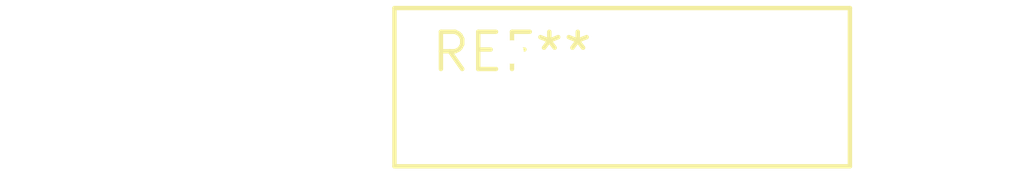
<source format=kicad_pcb>
(kicad_pcb (version 20240108) (generator pcbnew)
  (layers (0 "F.Cu" signal) (31 "B.Cu" signal) (34 "B.Paste" user) (35 "F.Paste" user) (36 "B.SilkS" user "B.Silkscreen") (37 "F.SilkS" user "F.Silkscreen") (38 "B.Mask" user) (39 "F.Mask" user) (44 "Edge.Cuts" user))
  (net 0 "")
  (footprint "RV_Disc_D15.5mm_W5.4mm_P7.5mm" (layer "F.Cu") (at 0 0)
    (property "Reference" "REF**")
    (property "Value" "RV_Disc_D15.5mm_W5.4mm_P7.5mm")
    (fp_line (start -4 -1.5) (end -4 3.9) (layer "F.SilkS") (stroke (width 0.15)))
    (fp_line (start -4 -1.5) (end 11.5 -1.5) (layer "F.SilkS") (stroke (width 0.15)))
    (fp_line (start -4 3.9) (end 11.5 3.9) (layer "F.SilkS") (stroke (width 0.15)))
    (fp_line (start 11.5 -1.5) (end 11.5 3.9) (layer "F.SilkS") (stroke (width 0.15)))
    (pad "1" thru_hole circle (at 0 0) (size 1.8 1.8) (drill 0.8) (layers *.Cu *.Mask) (remove_unused_layers))
    (pad "2" thru_hole circle (at 7.5 2.4) (size 1.8 1.8) (drill 0.8) (layers *.Cu *.Mask) (remove_unused_layers))
  )
)
</source>
